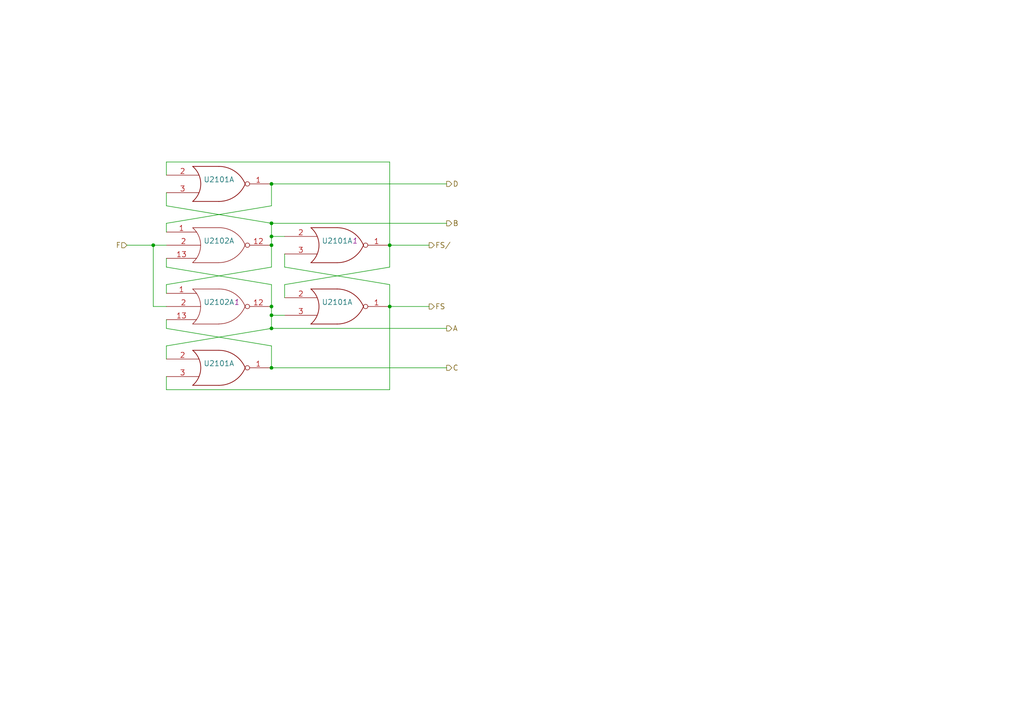
<source format=kicad_sch>
(kicad_sch (version 20211123) (generator eeschema)
  (paper "A4")
  (lib_symbols
    (symbol "agc_kicad_components:74HC02" (pin_names (offset 0.762))
      (property "Reference" "U" (at 0 1.27 0))
      (symbol "74HC02_1_1"
        (arc (start -7.62 -5.08) (mid -5.2708 0) (end -7.62 5.08) (stroke (width 0.2032)))
        (arc (start 0 -5.08) (mid 4.5812 -3.6906) (end 7.62 0) (stroke (width 0.2032)))
        (polyline (pts (xy -7.62 -5.08) (xy 0 -5.08)) (stroke (width 0.2032)))
        (polyline (pts (xy -7.62 5.08) (xy 0 5.08)) (stroke (width 0.2032)))
        (arc (start 7.62 0) (mid 4.5727 3.6819) (end 0 5.08) (stroke (width 0.2032)))
        (pin output inverted (at 15.24 0 180) (length 7.62) (name "~") (number "1"))
        (pin input line (at -15.24 2.54 0) (length 9.398) (name "~") (number "2"))
        (pin input line (at -15.24 -2.54 0) (length 9.398) (name "~") (number "3"))
      )
      (symbol "74HC02_2_1"
        (arc (start -7.62 -5.08) (mid -5.2708 0) (end -7.62 5.08) (stroke (width 0.2032)))
        (arc (start 0 -5.08) (mid 4.5812 -3.6906) (end 7.62 0) (stroke (width 0.2032)))
        (polyline (pts (xy -7.62 -5.08) (xy 0 -5.08)) (stroke (width 0.2032)))
        (polyline (pts (xy -7.62 5.08) (xy 0 5.08)) (stroke (width 0.2032)))
        (arc (start 7.62 0) (mid 4.5727 3.6819) (end 0 5.08) (stroke (width 0.2032)))
        (pin output inverted (at 15.24 0 180) (length 7.62) (name "~") (number "4"))
        (pin input line (at -15.24 2.54 0) (length 9.398) (name "~") (number "5"))
        (pin input line (at -15.24 -2.54 0) (length 9.398) (name "~") (number "6"))
      )
      (symbol "74HC02_3_1"
        (arc (start -7.62 -5.08) (mid -5.2708 0) (end -7.62 5.08) (stroke (width 0.2032)))
        (arc (start 0 -5.08) (mid 4.5812 -3.6906) (end 7.62 0) (stroke (width 0.2032)))
        (polyline (pts (xy -7.62 -5.08) (xy 0 -5.08)) (stroke (width 0.2032)))
        (polyline (pts (xy -7.62 5.08) (xy 0 5.08)) (stroke (width 0.2032)))
        (arc (start 7.62 0) (mid 4.5727 3.6819) (end 0 5.08) (stroke (width 0.2032)))
        (pin output inverted (at 15.24 0 180) (length 7.62) (name "~") (number "10"))
        (pin input line (at -15.24 2.54 0) (length 9.398) (name "~") (number "8"))
        (pin input line (at -15.24 -2.54 0) (length 9.398) (name "~") (number "9"))
      )
      (symbol "74HC02_4_1"
        (arc (start -7.62 -5.08) (mid -5.2708 0) (end -7.62 5.08) (stroke (width 0.2032)))
        (arc (start 0 -5.08) (mid 4.5812 -3.6906) (end 7.62 0) (stroke (width 0.2032)))
        (polyline (pts (xy -7.62 -5.08) (xy 0 -5.08)) (stroke (width 0.2032)))
        (polyline (pts (xy -7.62 5.08) (xy 0 5.08)) (stroke (width 0.2032)))
        (arc (start 7.62 0) (mid 4.5727 3.6819) (end 0 5.08) (stroke (width 0.2032)))
        (pin input line (at -15.24 2.54 0) (length 9.398) (name "~") (number "11"))
        (pin input line (at -15.24 -2.54 0) (length 9.398) (name "~") (number "12"))
        (pin output inverted (at 15.24 0 180) (length 7.62) (name "~") (number "13"))
      )
      (symbol "74HC02_5_0"
        (text "GND" (at 2.54 -3.81 0) (effects (font (size 0.9906 0.9906))))
        (text "VCC" (at 2.54 3.81 0) (effects (font (size 0.9906 0.9906))))
      )
      (symbol "74HC02_5_1"
        (rectangle (start -5.08 2.54) (end 5.08 -2.54))
        (pin power_in line (at 0 6.35 270) (length 3.81) (name "VCC") (number "14"))
        (pin power_in line (at 0 -6.35 90) (length 3.81) (name "GND") (number "7"))
      )
    )
    (symbol "agc_kicad_components:74HC27" (pin_names (offset 0.762))
      (property "Reference" "U" (at 0 1.27 0))
      (symbol "74HC27_1_1"
        (arc (start -7.62 -5.0292) (mid -5.3094 0.0082) (end -7.62 5.0546))
        (arc (start 0 -5.0546) (mid 4.5632 -3.6449) (end 7.5946 0.0508))
        (polyline (pts (xy -7.62 -5.08) (xy 0 -5.08)))
        (polyline (pts (xy -7.62 5.08) (xy 0 5.08)))
        (arc (start 7.62 0) (mid 4.6132 3.6946) (end 0.0508 5.08))
        (pin input line (at -15.24 3.81 0) (length 8.763) (name "~") (number "1"))
        (pin output inverted (at 15.24 0 180) (length 7.62) (name "~") (number "12"))
        (pin input line (at -15.24 -3.81 0) (length 8.763) (name "~") (number "13"))
        (pin input line (at -15.24 0 0) (length 9.906) (name "~") (number "2"))
      )
      (symbol "74HC27_2_1"
        (arc (start -7.62 -5.0292) (mid -5.3094 0.0082) (end -7.62 5.0546))
        (arc (start 0 -5.0546) (mid 4.5632 -3.6449) (end 7.5946 0.0508))
        (polyline (pts (xy -7.62 -5.08) (xy 0 -5.08)))
        (polyline (pts (xy -7.62 5.08) (xy 0 5.08)))
        (arc (start 7.62 0) (mid 4.6132 3.6946) (end 0.0508 5.08))
        (pin input line (at -15.24 3.81 0) (length 8.763) (name "~") (number "3"))
        (pin input line (at -15.24 0 0) (length 9.906) (name "~") (number "4"))
        (pin input line (at -15.24 -3.81 0) (length 8.763) (name "~") (number "5"))
        (pin output inverted (at 15.24 0 180) (length 7.62) (name "~") (number "6"))
      )
      (symbol "74HC27_3_1"
        (arc (start -7.62 -5.0292) (mid -5.3094 0.0082) (end -7.62 5.0546))
        (arc (start 0 -5.0546) (mid 4.5632 -3.6449) (end 7.5946 0.0508))
        (polyline (pts (xy -7.62 -5.08) (xy 0 -5.08)))
        (polyline (pts (xy -7.62 5.08) (xy 0 5.08)))
        (arc (start 7.62 0) (mid 4.6132 3.6946) (end 0.0508 5.08))
        (pin input line (at -15.24 0 0) (length 9.906) (name "~") (number "10"))
        (pin input line (at -15.24 -3.81 0) (length 8.763) (name "~") (number "11"))
        (pin output inverted (at 15.24 0 180) (length 7.62) (name "~") (number "8"))
        (pin input line (at -15.24 3.81 0) (length 8.763) (name "~") (number "9"))
      )
      (symbol "74HC27_4_0"
        (text "GND" (at 2.54 -3.81 0) (effects (font (size 0.9906 0.9906))))
        (text "VCC" (at 2.54 3.81 0) (effects (font (size 0.9906 0.9906))))
      )
      (symbol "74HC27_4_1"
        (rectangle (start -5.08 2.54) (end 5.08 -2.54))
        (pin power_in line (at 0 6.35 270) (length 3.81) (name "VCC") (number "14"))
        (pin power_in line (at 0 -6.35 90) (length 3.81) (name "GND") (number "7"))
      )
    )
  )
  (junction (at 44.45 71.12))
  (junction (at 78.74 106.68))
  (junction (at 78.74 71.12))
  (junction (at 78.74 91.44))
  (junction (at 113.03 88.9))
  (junction (at 78.74 95.25))
  (junction (at 113.03 71.12))
  (junction (at 78.74 68.58))
  (junction (at 78.74 88.9))
  (junction (at 78.74 53.34))
  (junction (at 78.74 64.77))
  (wire (pts (xy 113.03 82.55) (xy 82.55 77.47)))
  (wire (pts (xy 78.74 71.12) (xy 78.74 77.47)))
  (wire (pts (xy 78.74 82.55) (xy 48.26 77.47)))
  (wire (pts (xy 44.45 71.12) (xy 44.45 88.9)))
  (wire (pts (xy 78.74 95.25) (xy 48.26 100.33)))
  (wire (pts (xy 113.03 71.12) (xy 124.46 71.12)))
  (wire (pts (xy 78.74 95.25) (xy 129.54 95.25)))
  (wire (pts (xy 48.26 59.69) (xy 48.26 55.88)))
  (wire (pts (xy 113.03 82.55) (xy 113.03 88.9)))
  (wire (pts (xy 113.03 46.99) (xy 113.03 71.12)))
  (wire (pts (xy 78.74 59.69) (xy 48.26 64.77)))
  (wire (pts (xy 48.26 82.55) (xy 48.26 85.09)))
  (wire (pts (xy 113.03 71.12) (xy 113.03 77.47)))
  (wire (pts (xy 78.74 106.68) (xy 129.54 106.68)))
  (wire (pts (xy 48.26 77.47) (xy 48.26 74.93)))
  (wire (pts (xy 78.74 106.68) (xy 78.74 100.33)))
  (wire (pts (xy 82.55 77.47) (xy 82.55 73.66)))
  (wire (pts (xy 78.74 53.34) (xy 78.74 59.69)))
  (wire (pts (xy 48.26 50.8) (xy 48.26 46.99)))
  (wire (pts (xy 78.74 64.77) (xy 48.26 59.69)))
  (wire (pts (xy 78.74 64.77) (xy 129.54 64.77)))
  (wire (pts (xy 78.74 64.77) (xy 78.74 68.58)))
  (wire (pts (xy 44.45 71.12) (xy 48.26 71.12)))
  (wire (pts (xy 82.55 91.44) (xy 78.74 91.44)))
  (wire (pts (xy 113.03 88.9) (xy 113.03 113.03)))
  (wire (pts (xy 113.03 77.47) (xy 82.55 82.55)))
  (wire (pts (xy 78.74 77.47) (xy 48.26 82.55)))
  (wire (pts (xy 44.45 88.9) (xy 48.26 88.9)))
  (wire (pts (xy 48.26 95.25) (xy 48.26 92.71)))
  (wire (pts (xy 36.83 71.12) (xy 44.45 71.12)))
  (wire (pts (xy 78.74 100.33) (xy 48.26 95.25)))
  (wire (pts (xy 82.55 68.58) (xy 78.74 68.58)))
  (wire (pts (xy 78.74 53.34) (xy 129.54 53.34)))
  (wire (pts (xy 48.26 109.22) (xy 48.26 113.03)))
  (wire (pts (xy 48.26 100.33) (xy 48.26 104.14)))
  (wire (pts (xy 78.74 88.9) (xy 78.74 91.44)))
  (wire (pts (xy 48.26 46.99) (xy 113.03 46.99)))
  (wire (pts (xy 48.26 113.03) (xy 113.03 113.03)))
  (wire (pts (xy 78.74 68.58) (xy 78.74 71.12)))
  (wire (pts (xy 48.26 64.77) (xy 48.26 67.31)))
  (wire (pts (xy 82.55 82.55) (xy 82.55 86.36)))
  (wire (pts (xy 78.74 91.44) (xy 78.74 95.25)))
  (wire (pts (xy 113.03 88.9) (xy 124.46 88.9)))
  (wire (pts (xy 78.74 82.55) (xy 78.74 88.9)))
  (hierarchical_label "D" (shape output) (at 129.54 53.34 0) (effects (font (size 1.524 1.524))))
  (hierarchical_label "FS/" (shape output) (at 124.46 71.12 0) (effects (font (size 1.524 1.524))))
  (hierarchical_label "C" (shape output) (at 129.54 106.68 0) (effects (font (size 1.524 1.524))))
  (hierarchical_label "A" (shape output) (at 129.54 95.25 0) (effects (font (size 1.524 1.524))))
  (hierarchical_label "FS" (shape output) (at 124.46 88.9 0) (effects (font (size 1.524 1.524))))
  (hierarchical_label "F" (shape input) (at 36.83 71.12 180) (effects (font (size 1.524 1.524))))
  (hierarchical_label "B" (shape output) (at 129.54 64.77 0) (effects (font (size 1.524 1.524))))
  (symbol (lib_id "agc_kicad_components:74HC27") (at 63.5 71.12 0)
    (property "Reference" "U2102" (at 63.5 69.85 0) (effects (font (size 1.524 1.524))))
    (property "Value" "74HC27" (effects hide))
  )
  (symbol (lib_id "agc_kicad_components:74HC27") (at 63.5 88.9 0)
    (property "Reference" "U2102" (at 63.5 87.63 0) (effects (font (size 1.524 1.524))))
    (property "Value" "74HC27" (effects hide))
    (property "Initial" "1" (at 68.58 87.63 0) (effects (font (size 1.524 1.524) italic)))
  )
  (symbol (lib_id "agc_kicad_components:74HC02") (at 63.5 53.34 0)
    (property "Reference" "U2101" (at 63.5 52.07 0) (effects (font (size 1.524 1.524))))
    (property "Value" "74HC02" (effects hide))
  )
  (symbol (lib_id "agc_kicad_components:74HC02") (at 63.5 106.68 0)
    (property "Reference" "U2101" (at 63.5 105.41 0) (effects (font (size 1.524 1.524))))
    (property "Value" "74HC02" (effects hide))
  )
  (symbol (lib_id "agc_kicad_components:74HC02") (at 97.79 71.12 0)
    (property "Reference" "U2101" (at 97.79 69.85 0) (effects (font (size 1.524 1.524))))
    (property "Value" "74HC02" (effects hide))
    (property "Initial" "1" (at 102.87 69.85 0) (effects (font (size 1.524 1.524) italic)))
  )
  (symbol (lib_id "agc_kicad_components:74HC02") (at 97.79 88.9 0)
    (property "Reference" "U2101" (at 97.79 87.63 0) (effects (font (size 1.524 1.524))))
    (property "Value" "74HC02" (effects hide))
  )
)
</source>
